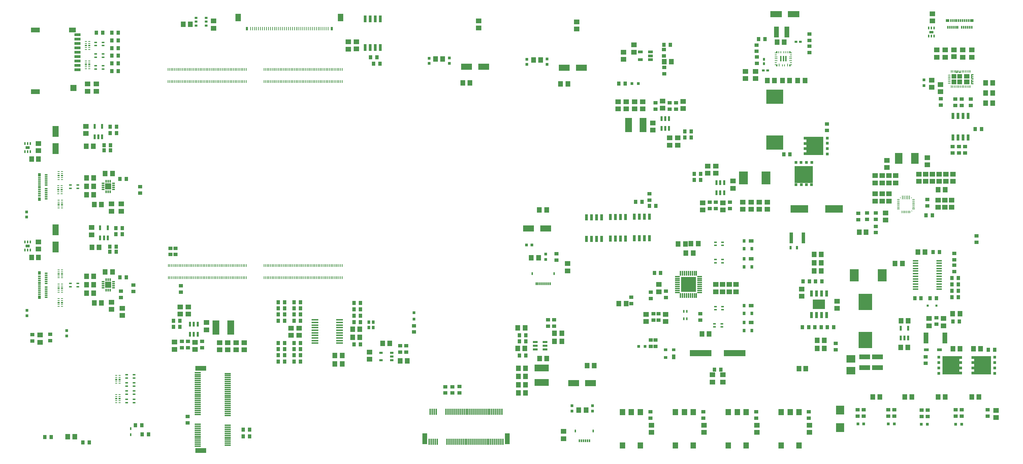
<source format=gtp>
G04*
G04 #@! TF.GenerationSoftware,Altium Limited,Altium Designer,25.1.2 (22)*
G04*
G04 Layer_Color=8421504*
%FSLAX43Y43*%
%MOMM*%
G71*
G04*
G04 #@! TF.SameCoordinates,40D48374-329B-4D39-B51B-D84B34E4F720*
G04*
G04*
G04 #@! TF.FilePolarity,Positive*
G04*
G01*
G75*
%ADD21R,0.375X0.225*%
%ADD22R,0.375X1.425*%
%ADD23R,0.250X0.675*%
%ADD24R,0.250X0.600*%
%ADD25R,0.400X0.575*%
%ADD26R,0.600X0.250*%
%ADD27R,0.725X0.250*%
%ADD28R,0.250X0.625*%
%ADD29R,0.350X0.575*%
%ADD30R,1.150X1.450*%
%ADD31R,0.750X0.400*%
%ADD32R,3.607X1.778*%
%ADD33R,0.900X1.000*%
%ADD34R,1.000X0.900*%
%ADD35R,1.250X0.600*%
%ADD36R,1.450X1.150*%
%ADD37R,0.550X0.200*%
%ADD38R,0.550X0.400*%
%ADD39R,2.200X1.200*%
%ADD40R,1.800X1.200*%
%ADD41R,1.500X1.600*%
%ADD42R,1.600X0.700*%
%ADD43R,0.800X0.750*%
%ADD44R,0.675X0.750*%
%ADD45R,4.560X4.295*%
%ADD46R,0.655X0.675*%
%ADD47R,3.000X1.600*%
%ADD48R,0.600X1.250*%
%ADD49R,2.210X3.251*%
%ADD50R,1.778X3.607*%
%ADD51R,1.250X0.650*%
%ADD52R,1.550X0.300*%
%ADD53R,2.750X1.200*%
%ADD54R,0.700X0.650*%
%ADD55R,0.750X0.850*%
%ADD56R,1.727X0.356*%
%ADD57R,0.953X0.559*%
%ADD58R,0.200X0.700*%
%ADD59R,0.300X0.800*%
%ADD60R,0.400X0.800*%
%ADD61R,0.750X0.800*%
%ADD62R,1.600X2.800*%
%ADD63R,0.300X0.700*%
%ADD64R,0.700X0.300*%
%ADD65R,1.500X1.500*%
%ADD66R,0.600X1.200*%
%ADD67R,0.320X0.660*%
%ADD68R,1.200X1.450*%
%ADD69R,0.700X0.298*%
%ADD70R,0.700X0.898*%
%ADD71R,3.850X3.850*%
%ADD72R,0.300X1.150*%
%ADD73R,1.150X0.300*%
%ADD74R,0.650X1.525*%
%ADD75R,3.100X2.400*%
%ADD76R,2.300X3.150*%
%ADD77R,0.610X0.490*%
%ADD78R,1.475X0.450*%
%ADD79R,2.720X1.260*%
%ADD80R,2.230X1.870*%
%ADD81R,1.400X1.600*%
%ADD82R,2.150X2.250*%
G04:AMPARAMS|DCode=83|XSize=0.2mm|YSize=0.95mm|CornerRadius=0.05mm|HoleSize=0mm|Usage=FLASHONLY|Rotation=0.000|XOffset=0mm|YOffset=0mm|HoleType=Round|Shape=RoundedRectangle|*
%AMROUNDEDRECTD83*
21,1,0.200,0.850,0,0,0.0*
21,1,0.100,0.950,0,0,0.0*
1,1,0.100,0.050,-0.425*
1,1,0.100,-0.050,-0.425*
1,1,0.100,-0.050,0.425*
1,1,0.100,0.050,0.425*
%
%ADD83ROUNDEDRECTD83*%
G04:AMPARAMS|DCode=84|XSize=0.2mm|YSize=1mm|CornerRadius=0.05mm|HoleSize=0mm|Usage=FLASHONLY|Rotation=0.000|XOffset=0mm|YOffset=0mm|HoleType=Round|Shape=RoundedRectangle|*
%AMROUNDEDRECTD84*
21,1,0.200,0.900,0,0,0.0*
21,1,0.100,1.000,0,0,0.0*
1,1,0.100,0.050,-0.450*
1,1,0.100,-0.050,-0.450*
1,1,0.100,-0.050,0.450*
1,1,0.100,0.050,0.450*
%
%ADD84ROUNDEDRECTD84*%
%ADD85C,0.175*%
G04:AMPARAMS|DCode=86|XSize=0.6mm|YSize=0.2mm|CornerRadius=0.05mm|HoleSize=0mm|Usage=FLASHONLY|Rotation=0.000|XOffset=0mm|YOffset=0mm|HoleType=Round|Shape=RoundedRectangle|*
%AMROUNDEDRECTD86*
21,1,0.600,0.100,0,0,0.0*
21,1,0.500,0.200,0,0,0.0*
1,1,0.100,0.250,-0.050*
1,1,0.100,-0.250,-0.050*
1,1,0.100,-0.250,0.050*
1,1,0.100,0.250,0.050*
%
%ADD86ROUNDEDRECTD86*%
G04:AMPARAMS|DCode=87|XSize=0.68mm|YSize=0.2mm|CornerRadius=0.05mm|HoleSize=0mm|Usage=FLASHONLY|Rotation=0.000|XOffset=0mm|YOffset=0mm|HoleType=Round|Shape=RoundedRectangle|*
%AMROUNDEDRECTD87*
21,1,0.680,0.100,0,0,0.0*
21,1,0.580,0.200,0,0,0.0*
1,1,0.100,0.290,-0.050*
1,1,0.100,-0.290,-0.050*
1,1,0.100,-0.290,0.050*
1,1,0.100,0.290,0.050*
%
%ADD87ROUNDEDRECTD87*%
G04:AMPARAMS|DCode=88|XSize=0.65mm|YSize=0.2mm|CornerRadius=0.05mm|HoleSize=0mm|Usage=FLASHONLY|Rotation=0.000|XOffset=0mm|YOffset=0mm|HoleType=Round|Shape=RoundedRectangle|*
%AMROUNDEDRECTD88*
21,1,0.650,0.100,0,0,0.0*
21,1,0.550,0.200,0,0,0.0*
1,1,0.100,0.275,-0.050*
1,1,0.100,-0.275,-0.050*
1,1,0.100,-0.275,0.050*
1,1,0.100,0.275,0.050*
%
%ADD88ROUNDEDRECTD88*%
G04:AMPARAMS|DCode=89|XSize=0.7mm|YSize=0.2mm|CornerRadius=0.05mm|HoleSize=0mm|Usage=FLASHONLY|Rotation=0.000|XOffset=0mm|YOffset=0mm|HoleType=Round|Shape=RoundedRectangle|*
%AMROUNDEDRECTD89*
21,1,0.700,0.100,0,0,0.0*
21,1,0.600,0.200,0,0,0.0*
1,1,0.100,0.300,-0.050*
1,1,0.100,-0.300,-0.050*
1,1,0.100,-0.300,0.050*
1,1,0.100,0.300,0.050*
%
%ADD89ROUNDEDRECTD89*%
G04:AMPARAMS|DCode=90|XSize=0.2mm|YSize=0.6mm|CornerRadius=0.05mm|HoleSize=0mm|Usage=FLASHONLY|Rotation=0.000|XOffset=0mm|YOffset=0mm|HoleType=Round|Shape=RoundedRectangle|*
%AMROUNDEDRECTD90*
21,1,0.200,0.500,0,0,0.0*
21,1,0.100,0.600,0,0,0.0*
1,1,0.100,0.050,-0.250*
1,1,0.100,-0.050,-0.250*
1,1,0.100,-0.050,0.250*
1,1,0.100,0.050,0.250*
%
%ADD90ROUNDEDRECTD90*%
%ADD91C,0.158*%
%ADD92C,0.192*%
%ADD93R,0.800X0.800*%
%ADD94R,0.900X1.200*%
%ADD95R,0.900X0.800*%
%ADD96R,0.250X0.900*%
%ADD97R,4.400X1.900*%
%ADD98R,0.540X0.940*%
%ADD99R,0.920X2.820*%
%ADD100R,0.400X0.750*%
%ADD101R,0.420X0.640*%
%ADD102R,0.300X1.550*%
%ADD103R,0.898X0.700*%
%ADD104R,0.298X0.700*%
%ADD105R,0.600X0.750*%
%ADD106R,0.750X0.600*%
%ADD107R,1.260X2.720*%
%ADD108R,0.750X0.675*%
%ADD109R,0.800X0.900*%
%ADD110R,2.800X1.600*%
%ADD111R,1.250X0.750*%
%ADD112R,1.200X2.700*%
%ADD113R,0.650X0.700*%
%ADD114R,0.650X1.750*%
%ADD115R,1.400X1.900*%
%ADD116R,0.550X0.900*%
%ADD117R,0.800X0.550*%
%ADD118R,3.500X4.100*%
%ADD119R,4.200X3.550*%
%ADD120R,1.915X2.790*%
%ADD121R,5.500X1.500*%
%ADD122R,0.675X0.655*%
%ADD123R,4.295X4.560*%
%ADD124R,1.200X0.900*%
%ADD125R,1.200X2.750*%
%ADD126R,1.450X1.200*%
%ADD127R,0.800X0.800*%
G36*
X230730Y107000D02*
X229718D01*
Y107632D01*
X230730D01*
Y107000D01*
D02*
G37*
G36*
X237257Y97717D02*
X237283Y97711D01*
Y97387D01*
X237453D01*
X237471Y97394D01*
X237485Y97408D01*
X237492Y97426D01*
X237493Y97436D01*
X237493Y97661D01*
Y97671D01*
X237501Y97689D01*
X237515Y97703D01*
X237533Y97711D01*
X237543D01*
X237643Y97711D01*
X237653D01*
X237671Y97703D01*
X237669Y97695D01*
Y97136D01*
X237643Y97111D01*
X237143Y97111D01*
X237133Y97111D01*
X237083Y97136D01*
Y97671D01*
Y97690D01*
X237113Y97720D01*
X237133Y97721D01*
X237257Y97717D01*
D02*
G37*
G36*
X236458Y97711D02*
X236483Y97687D01*
X236467Y97441D01*
X236468Y97431D01*
X236479Y97404D01*
X236507Y97392D01*
X236517Y97391D01*
X236617D01*
X236627Y97392D01*
X236645Y97400D01*
X236659Y97413D01*
X236671Y97443D01*
X236683Y97687D01*
X236708Y97712D01*
X236858D01*
X236882Y97662D01*
Y97138D01*
X236855Y97110D01*
X236313Y97114D01*
X236289Y97124D01*
X236275Y97138D01*
X236267Y97156D01*
X236267Y97166D01*
X236267Y97666D01*
Y97676D01*
X236275Y97695D01*
X236289Y97709D01*
X236307Y97716D01*
X236317D01*
X236417Y97716D01*
X236447Y97716D01*
X236458Y97711D01*
D02*
G37*
G36*
X240233Y96765D02*
X240743D01*
X240761Y96757D01*
X240775Y96743D01*
X240783Y96725D01*
Y96715D01*
X240783Y96562D01*
X240783Y96552D01*
X240775Y96533D01*
X240761Y96519D01*
X240743Y96512D01*
X240733Y96512D01*
X240508Y96512D01*
X240498Y96511D01*
X240480Y96503D01*
X240466Y96489D01*
X240459Y96471D01*
X240458Y96462D01*
Y96312D01*
X240459Y96302D01*
X240466Y96284D01*
X240480Y96270D01*
X240498Y96263D01*
X240508Y96262D01*
X240733Y96262D01*
X240743D01*
X240761Y96254D01*
X240775Y96240D01*
X240783Y96222D01*
Y96212D01*
X240783Y96112D01*
X240783Y96102D01*
X240775Y96083D01*
X240761Y96069D01*
X240743Y96062D01*
X240733Y96062D01*
X240508Y96062D01*
X240498Y96061D01*
X240480Y96053D01*
X240466Y96039D01*
X240459Y96021D01*
X240458Y96012D01*
Y95862D01*
X240459Y95852D01*
X240466Y95834D01*
X240480Y95820D01*
X240498Y95813D01*
X240508Y95812D01*
X240733Y95812D01*
X240743D01*
X240761Y95804D01*
X240775Y95790D01*
X240783Y95772D01*
Y95762D01*
X240783Y95662D01*
X240783Y95652D01*
X240775Y95633D01*
X240761Y95619D01*
X240743Y95612D01*
X240733Y95612D01*
X240483Y95612D01*
X240233D01*
X240223Y95612D01*
X240205Y95619D01*
X240191Y95633D01*
X240183Y95652D01*
X240183Y95662D01*
Y96715D01*
X240183Y96725D01*
X240191Y96743D01*
X240205Y96757D01*
X240223Y96765D01*
X240233Y96765D01*
D02*
G37*
G36*
X239796Y96779D02*
X239810Y96765D01*
X239818Y96747D01*
Y96737D01*
Y95657D01*
X239810Y95638D01*
X239796Y95624D01*
X239778Y95617D01*
X238508D01*
X238490Y95624D01*
X238476Y95638D01*
X238468Y95657D01*
Y96747D01*
X238476Y96765D01*
X238490Y96779D01*
X238508Y96787D01*
X239778D01*
X239796Y96779D01*
D02*
G37*
G36*
X237896D02*
X237910Y96765D01*
X237918Y96747D01*
Y95657D01*
X237910Y95638D01*
X237896Y95624D01*
X237878Y95617D01*
X236758D01*
X236740Y95624D01*
X236726Y95638D01*
X236718Y95657D01*
Y96747D01*
X236726Y96765D01*
X236740Y96779D01*
X236758Y96787D01*
X237878D01*
X237896Y96779D01*
D02*
G37*
G36*
X236496D02*
X236510Y96765D01*
X236518Y96747D01*
Y96737D01*
Y95657D01*
X236510Y95638D01*
X236496Y95624D01*
X236478Y95617D01*
X235358D01*
X235340Y95624D01*
X235326Y95638D01*
X235318Y95657D01*
Y96747D01*
X235326Y96765D01*
X235340Y96779D01*
X235358Y96787D01*
X236478D01*
X236496Y96779D01*
D02*
G37*
G36*
X240761Y95404D02*
X240775Y95390D01*
X240783Y95372D01*
X240783Y95362D01*
X240783Y95262D01*
X240783Y95252D01*
X240775Y95233D01*
X240761Y95219D01*
X240743Y95212D01*
X240733Y95212D01*
X240508Y95212D01*
X240498Y95211D01*
X240480Y95203D01*
X240466Y95189D01*
X240459Y95171D01*
X240458Y95162D01*
Y95012D01*
X240459Y95002D01*
X240466Y94984D01*
X240480Y94970D01*
X240498Y94963D01*
X240508Y94962D01*
X240733D01*
X240743Y94962D01*
X240761Y94954D01*
X240775Y94940D01*
X240783Y94922D01*
X240783Y94912D01*
X240783Y94812D01*
X240783Y94802D01*
X240775Y94783D01*
X240761Y94769D01*
X240743Y94762D01*
X240733Y94762D01*
X240508D01*
X240498Y94761D01*
X240480Y94753D01*
X240466Y94739D01*
X240459Y94721D01*
X240458Y94712D01*
Y94562D01*
X240459Y94552D01*
X240466Y94534D01*
X240480Y94520D01*
X240498Y94513D01*
X240508Y94512D01*
X240733Y94512D01*
X240743Y94512D01*
X240761Y94504D01*
X240775Y94490D01*
X240783Y94472D01*
X240783Y94462D01*
X240783Y94309D01*
Y94299D01*
X240775Y94280D01*
X240761Y94266D01*
X240743Y94259D01*
X240233D01*
X240223Y94259D01*
X240202Y94267D01*
X240183Y94287D01*
Y94299D01*
X240183Y94299D01*
X240183Y94309D01*
Y94312D01*
Y95362D01*
X240183Y95372D01*
X240191Y95390D01*
X240205Y95404D01*
X240223Y95412D01*
X240233Y95412D01*
X240483Y95412D01*
X240733D01*
X240743Y95412D01*
X240761Y95404D01*
D02*
G37*
G36*
X239796Y95399D02*
X239810Y95385D01*
X239818Y95367D01*
Y94277D01*
X239810Y94258D01*
X239796Y94244D01*
X239778Y94237D01*
X238508D01*
X238490Y94244D01*
X238476Y94258D01*
X238468Y94277D01*
Y95367D01*
X238476Y95385D01*
X238490Y95399D01*
X238508Y95407D01*
X239778D01*
X239796Y95399D01*
D02*
G37*
G36*
X237896D02*
X237910Y95385D01*
X237918Y95367D01*
Y94277D01*
X237910Y94258D01*
X237896Y94244D01*
X237878Y94237D01*
X236758D01*
X236740Y94244D01*
X236726Y94258D01*
X236718Y94277D01*
Y95367D01*
X236726Y95385D01*
X236740Y95399D01*
X236758Y95407D01*
X237878D01*
X237896Y95399D01*
D02*
G37*
G36*
X236496D02*
X236510Y95385D01*
X236518Y95367D01*
Y94277D01*
X236510Y94258D01*
X236496Y94244D01*
X236478Y94237D01*
X235358D01*
X235340Y94244D01*
X235326Y94258D01*
X235318Y94277D01*
Y94287D01*
Y95367D01*
X235326Y95385D01*
X235340Y95399D01*
X235358Y95407D01*
X236478D01*
X236496Y95399D01*
D02*
G37*
G36*
X3552Y77995D02*
X2540D01*
Y78627D01*
X3552D01*
Y77995D01*
D02*
G37*
G36*
X3554Y53278D02*
X2542D01*
Y53910D01*
X3554D01*
Y53278D01*
D02*
G37*
D21*
X191007Y99129D02*
D03*
X195031D02*
D03*
X191007Y102105D02*
D03*
X195031D02*
D03*
D22*
X193019Y100617D02*
D03*
X192394D02*
D03*
X193644D02*
D03*
D23*
X194069Y99004D02*
D03*
X191969D02*
D03*
D24*
X193269Y98967D02*
D03*
X192769D02*
D03*
D25*
X191394Y98955D02*
D03*
X194644D02*
D03*
D26*
X191119Y99617D02*
D03*
Y101617D02*
D03*
X194919Y99617D02*
D03*
Y101617D02*
D03*
D27*
X191181Y100117D02*
D03*
Y100617D02*
D03*
X194856D02*
D03*
Y101117D02*
D03*
X191181D02*
D03*
X194856Y100117D02*
D03*
D28*
X194144Y102254D02*
D03*
X192394D02*
D03*
X191894D02*
D03*
X193644D02*
D03*
X193144D02*
D03*
D29*
X191369Y102279D02*
D03*
X194669D02*
D03*
D30*
X191429Y104775D02*
D03*
X193229D02*
D03*
X126426Y16642D02*
D03*
X128226D02*
D03*
X126426Y18708D02*
D03*
X128226D02*
D03*
X126426Y20774D02*
D03*
X128226D02*
D03*
X126426Y22840D02*
D03*
X128226D02*
D03*
X126285Y32974D02*
D03*
X128085D02*
D03*
X131746Y25329D02*
D03*
X133546D02*
D03*
X137307Y29644D02*
D03*
X135507D02*
D03*
Y31676D02*
D03*
X137307D02*
D03*
X128060Y27818D02*
D03*
X126260D02*
D03*
X164854Y99868D02*
D03*
X163054D02*
D03*
X190779Y95156D02*
D03*
X188979D02*
D03*
X194589D02*
D03*
X192789D02*
D03*
X13095Y5690D02*
D03*
X14895D02*
D03*
X84723Y30613D02*
D03*
X86523D02*
D03*
X84723Y32671D02*
D03*
X86523D02*
D03*
X82104Y23984D02*
D03*
X80304D02*
D03*
X82104Y26067D02*
D03*
X80304D02*
D03*
X92293Y29115D02*
D03*
X94093D02*
D03*
X96661Y24670D02*
D03*
X98461D02*
D03*
X222586Y34820D02*
D03*
X224386D02*
D03*
X224280Y28097D02*
D03*
X222480D02*
D03*
X17852Y41719D02*
D03*
X19652D02*
D03*
Y43853D02*
D03*
X17852D02*
D03*
Y45986D02*
D03*
X19652D02*
D03*
X19215Y53209D02*
D03*
X21015D02*
D03*
X19780Y63980D02*
D03*
X21580D02*
D03*
X19783Y39264D02*
D03*
X21583D02*
D03*
X22551Y47053D02*
D03*
X24351D02*
D03*
X17850Y66436D02*
D03*
X19650D02*
D03*
Y68569D02*
D03*
X17850D02*
D03*
Y70703D02*
D03*
X19650D02*
D03*
X19593Y78660D02*
D03*
X17793D02*
D03*
X22549Y71770D02*
D03*
X24349D02*
D03*
X203299Y29888D02*
D03*
X201499D02*
D03*
X202562Y47338D02*
D03*
X200762D02*
D03*
X237385Y36543D02*
D03*
X235585D02*
D03*
X215443Y15613D02*
D03*
X217243D02*
D03*
X225320D02*
D03*
X223520D02*
D03*
X233728D02*
D03*
X231928D02*
D03*
X240386D02*
D03*
X242186D02*
D03*
X200762Y49370D02*
D03*
X202562D02*
D03*
Y51427D02*
D03*
X200762D02*
D03*
X168518Y51765D02*
D03*
X170318D02*
D03*
X141594Y12319D02*
D03*
X143394D02*
D03*
X245615Y94558D02*
D03*
Y92018D02*
D03*
Y89478D02*
D03*
X174331Y31471D02*
D03*
X138822Y94310D02*
D03*
X169792Y54157D02*
D03*
X168388Y54127D02*
D03*
X226848Y52062D02*
D03*
X221107Y49217D02*
D03*
X235611Y27780D02*
D03*
X151684Y39115D02*
D03*
X131688Y62662D02*
D03*
X143677Y23520D02*
D03*
X42153Y109296D02*
D03*
X114260Y94564D02*
D03*
X43953Y109296D02*
D03*
X132015Y100355D02*
D03*
X130215D02*
D03*
X133488Y62662D02*
D03*
X131456Y50622D02*
D03*
X129656D02*
D03*
X145477Y23520D02*
D03*
X243815Y89478D02*
D03*
Y92018D02*
D03*
Y94558D02*
D03*
X233702Y67734D02*
D03*
X231902D02*
D03*
X228648Y52062D02*
D03*
X222907Y49217D02*
D03*
X240767Y27780D02*
D03*
X242567D02*
D03*
X237411D02*
D03*
X196624Y95156D02*
D03*
X198424D02*
D03*
X201473Y27856D02*
D03*
X203273D02*
D03*
X171592Y54157D02*
D03*
X166588Y54127D02*
D03*
X172531Y31471D02*
D03*
X153484Y39115D02*
D03*
X137022Y94310D02*
D03*
X112460Y94564D02*
D03*
X105577Y100609D02*
D03*
X107377D02*
D03*
D31*
X20156Y104746D02*
D03*
Y103946D02*
D03*
X22006D02*
D03*
Y104746D02*
D03*
Y98853D02*
D03*
Y98053D02*
D03*
X20156D02*
D03*
Y98853D02*
D03*
Y101800D02*
D03*
Y101000D02*
D03*
X22006D02*
D03*
Y101800D02*
D03*
X13807Y44164D02*
D03*
Y43364D02*
D03*
X15657D02*
D03*
Y44164D02*
D03*
X15655Y68881D02*
D03*
Y68081D02*
D03*
X13805D02*
D03*
Y68881D02*
D03*
X29805Y14230D02*
D03*
Y15030D02*
D03*
X29801Y17164D02*
D03*
Y16364D02*
D03*
Y21228D02*
D03*
Y20428D02*
D03*
Y18396D02*
D03*
Y19196D02*
D03*
X27951Y16364D02*
D03*
Y17164D02*
D03*
Y19196D02*
D03*
Y18396D02*
D03*
Y20428D02*
D03*
Y21228D02*
D03*
X27955Y14230D02*
D03*
Y15030D02*
D03*
X177574Y34042D02*
D03*
Y33242D02*
D03*
X175724D02*
D03*
Y34042D02*
D03*
X175903Y38372D02*
D03*
Y37572D02*
D03*
X177753D02*
D03*
Y38372D02*
D03*
Y54540D02*
D03*
Y53740D02*
D03*
X175903D02*
D03*
Y54540D02*
D03*
X175902Y50171D02*
D03*
Y49371D02*
D03*
X177752D02*
D03*
Y50171D02*
D03*
D32*
X132290Y19262D02*
D03*
Y22912D02*
D03*
D33*
X128264Y29622D02*
D03*
X126664D02*
D03*
X128264Y31171D02*
D03*
X126664D02*
D03*
X128264Y26040D02*
D03*
X126664D02*
D03*
X20306Y107191D02*
D03*
X21906D02*
D03*
X24192D02*
D03*
X25792D02*
D03*
X24192Y105256D02*
D03*
X25792D02*
D03*
X24192Y103320D02*
D03*
X25792D02*
D03*
X24192Y101385D02*
D03*
X25792D02*
D03*
X24192Y99449D02*
D03*
X25792D02*
D03*
X24192Y97514D02*
D03*
X25792D02*
D03*
X153264Y94386D02*
D03*
X151664D02*
D03*
X188354Y105588D02*
D03*
X186754D02*
D03*
X172221Y70200D02*
D03*
X170621D02*
D03*
X172221Y71724D02*
D03*
X170621D02*
D03*
X57264Y7468D02*
D03*
X58864D02*
D03*
X57264Y5715D02*
D03*
X58864D02*
D03*
X7353Y5613D02*
D03*
X8953D02*
D03*
X16929Y4216D02*
D03*
X18529D02*
D03*
X67627Y39451D02*
D03*
X66027D02*
D03*
X70041D02*
D03*
X71641D02*
D03*
X86728Y34474D02*
D03*
X85128D02*
D03*
X86728Y28861D02*
D03*
X85128D02*
D03*
X67627Y29191D02*
D03*
X66027D02*
D03*
X67627Y27641D02*
D03*
X66027D02*
D03*
X71641Y29216D02*
D03*
X70041D02*
D03*
X71641Y27667D02*
D03*
X70041D02*
D03*
X66027Y34804D02*
D03*
X67627D02*
D03*
X66027Y36354D02*
D03*
X67627D02*
D03*
X66027Y37903D02*
D03*
X67627D02*
D03*
X85128Y39249D02*
D03*
X86728D02*
D03*
X71641Y37903D02*
D03*
X70041D02*
D03*
X71641Y36354D02*
D03*
X70041D02*
D03*
X71641Y34804D02*
D03*
X70041D02*
D03*
X67640Y26117D02*
D03*
X66040D02*
D03*
X67627Y24568D02*
D03*
X66027D02*
D03*
X70053Y26117D02*
D03*
X71653D02*
D03*
X70053Y24568D02*
D03*
X71653D02*
D03*
X86728Y37624D02*
D03*
X85128D02*
D03*
X86728Y36023D02*
D03*
X85128D02*
D03*
X193091Y76581D02*
D03*
X194691D02*
D03*
X41288Y33223D02*
D03*
X39688D02*
D03*
X41288Y34747D02*
D03*
X39688D02*
D03*
X23735Y52180D02*
D03*
X25335D02*
D03*
X23705Y53434D02*
D03*
X25305D02*
D03*
X26860Y56515D02*
D03*
X25260D02*
D03*
X26860Y58090D02*
D03*
X25260D02*
D03*
X26251Y45669D02*
D03*
X27851D02*
D03*
X23913Y77631D02*
D03*
X22313D02*
D03*
X23883Y78885D02*
D03*
X22283D02*
D03*
X25438Y83541D02*
D03*
X23838D02*
D03*
X25438Y81966D02*
D03*
X23838D02*
D03*
X26249Y70386D02*
D03*
X27849D02*
D03*
X160584Y46825D02*
D03*
X162184D02*
D03*
X200913Y33190D02*
D03*
X202513D02*
D03*
X197789D02*
D03*
X199389D02*
D03*
X204062D02*
D03*
X205662D02*
D03*
X231494Y40480D02*
D03*
X229894D02*
D03*
X227633D02*
D03*
X226033D02*
D03*
X230631Y52062D02*
D03*
X232231D02*
D03*
X228853Y61257D02*
D03*
X230453D02*
D03*
X235609Y34612D02*
D03*
X237209D02*
D03*
X235381Y40683D02*
D03*
X236981D02*
D03*
X235381Y42334D02*
D03*
X236981D02*
D03*
X169869Y82372D02*
D03*
X168269D02*
D03*
X169869Y80848D02*
D03*
X168269D02*
D03*
X202691Y44721D02*
D03*
X33419Y6240D02*
D03*
X30188Y8548D02*
D03*
X242797Y82974D02*
D03*
X155865Y64667D02*
D03*
X236981Y45534D02*
D03*
Y43934D02*
D03*
X197941Y44696D02*
D03*
X164569Y104101D02*
D03*
X90030Y99390D02*
D03*
X89243Y100965D02*
D03*
X91630Y99390D02*
D03*
X90843Y100965D02*
D03*
X31788Y8548D02*
D03*
X31819Y6240D02*
D03*
X162969Y104101D02*
D03*
X241197Y82974D02*
D03*
X235381Y43934D02*
D03*
Y45534D02*
D03*
X244499Y27526D02*
D03*
X246099D02*
D03*
X201091Y44721D02*
D03*
X199541Y44696D02*
D03*
X159332Y63626D02*
D03*
X160932D02*
D03*
X157465Y64667D02*
D03*
X177279Y22530D02*
D03*
X175679D02*
D03*
D34*
X133854Y33444D02*
D03*
Y35044D02*
D03*
X135378Y33444D02*
D03*
Y35044D02*
D03*
X163088Y96834D02*
D03*
Y98434D02*
D03*
X176044Y64610D02*
D03*
Y63010D02*
D03*
X179625Y64610D02*
D03*
Y63010D02*
D03*
X174495D02*
D03*
Y64610D02*
D03*
X8738Y31382D02*
D03*
Y29782D02*
D03*
X4242Y29731D02*
D03*
Y31331D02*
D03*
X96672Y26943D02*
D03*
Y28543D02*
D03*
X98222Y28530D02*
D03*
Y26930D02*
D03*
X203987Y84188D02*
D03*
Y82588D02*
D03*
X228764Y25684D02*
D03*
Y24084D02*
D03*
X43358Y29589D02*
D03*
Y27989D02*
D03*
X41808Y29589D02*
D03*
Y27989D02*
D03*
X46939Y29589D02*
D03*
Y27989D02*
D03*
X100203Y31953D02*
D03*
Y33553D02*
D03*
X29667Y43751D02*
D03*
Y42151D02*
D03*
X26543Y40653D02*
D03*
Y42253D02*
D03*
X31344Y68491D02*
D03*
Y66891D02*
D03*
X163517Y40640D02*
D03*
Y42240D02*
D03*
X159682Y40386D02*
D03*
Y41986D02*
D03*
X216242Y56926D02*
D03*
Y58526D02*
D03*
X236000Y48747D02*
D03*
Y47147D02*
D03*
Y51744D02*
D03*
Y50144D02*
D03*
X216242Y60254D02*
D03*
Y61854D02*
D03*
X231482Y35514D02*
D03*
Y33914D02*
D03*
X159614Y10300D02*
D03*
Y11900D02*
D03*
X219391Y12400D02*
D03*
Y10800D02*
D03*
X213194Y12400D02*
D03*
Y10800D02*
D03*
X227722Y12349D02*
D03*
Y10749D02*
D03*
X220941Y12400D02*
D03*
Y10800D02*
D03*
X229272Y12349D02*
D03*
Y10749D02*
D03*
X236333Y12400D02*
D03*
Y10800D02*
D03*
X237857Y12400D02*
D03*
Y10800D02*
D03*
X244334Y12451D02*
D03*
Y10851D02*
D03*
X164447Y87961D02*
D03*
Y89561D02*
D03*
X165996D02*
D03*
Y87961D02*
D03*
X160865D02*
D03*
Y89561D02*
D03*
X161619Y36587D02*
D03*
Y34987D02*
D03*
X186148Y10300D02*
D03*
Y11900D02*
D03*
X172881Y10300D02*
D03*
Y11900D02*
D03*
X199415Y10300D02*
D03*
Y11900D02*
D03*
X135966Y50025D02*
D03*
X232603Y90546D02*
D03*
X236260Y90520D02*
D03*
X41580Y43599D02*
D03*
X199607Y102154D02*
D03*
X186323Y99436D02*
D03*
X238695Y76954D02*
D03*
X237125Y76955D02*
D03*
X235552D02*
D03*
X199607Y106853D02*
D03*
X160909Y28334D02*
D03*
X172161Y34963D02*
D03*
X206209Y29113D02*
D03*
X135966Y51625D02*
D03*
X41580Y41999D02*
D03*
X111557Y18250D02*
D03*
X108001Y18224D02*
D03*
X109779D02*
D03*
X43282Y10706D02*
D03*
X186309Y104076D02*
D03*
X40183Y51422D02*
D03*
Y53022D02*
D03*
X38929Y51422D02*
D03*
Y53022D02*
D03*
X111557Y16650D02*
D03*
X109779Y16624D02*
D03*
X108001D02*
D03*
X43282Y9106D02*
D03*
X162986Y101297D02*
D03*
Y102897D02*
D03*
X232603Y88946D02*
D03*
X235552Y78555D02*
D03*
X237125D02*
D03*
X238695Y78554D02*
D03*
X236260Y88920D02*
D03*
X240098D02*
D03*
Y90520D02*
D03*
X237862Y88920D02*
D03*
Y90520D02*
D03*
X229170Y63645D02*
D03*
Y65245D02*
D03*
X211873Y60215D02*
D03*
Y61815D02*
D03*
X214083Y61854D02*
D03*
Y60254D02*
D03*
X241565Y56139D02*
D03*
Y54539D02*
D03*
X211695Y10800D02*
D03*
Y12400D02*
D03*
X199607Y103754D02*
D03*
Y105253D02*
D03*
X186309Y102476D02*
D03*
X186323Y101036D02*
D03*
X206209Y27513D02*
D03*
X160365Y36587D02*
D03*
Y34987D02*
D03*
X159383Y65112D02*
D03*
Y66712D02*
D03*
X159655Y29962D02*
D03*
Y28362D02*
D03*
X160909Y29934D02*
D03*
X154813Y39129D02*
D03*
Y40729D02*
D03*
X172161Y36563D02*
D03*
D35*
X133134Y28504D02*
D03*
Y29454D02*
D03*
X130634D02*
D03*
Y28504D02*
D03*
Y27554D02*
D03*
X133134D02*
D03*
D36*
X233666Y102822D02*
D03*
Y101022D02*
D03*
X20344Y92462D02*
D03*
Y94262D02*
D03*
X18109D02*
D03*
Y92462D02*
D03*
X180337Y69891D02*
D03*
Y68091D02*
D03*
X177847Y62605D02*
D03*
Y64405D02*
D03*
X182826Y62772D02*
D03*
Y64572D02*
D03*
X184892D02*
D03*
Y62772D02*
D03*
X186958D02*
D03*
Y64572D02*
D03*
X189023D02*
D03*
Y62772D02*
D03*
X173989Y71852D02*
D03*
Y73652D02*
D03*
X176021D02*
D03*
Y71852D02*
D03*
X172691Y64430D02*
D03*
Y62630D02*
D03*
X6147Y29402D02*
D03*
Y31202D02*
D03*
X69291Y32910D02*
D03*
Y31110D02*
D03*
X71323Y32910D02*
D03*
Y31110D02*
D03*
X88976Y25090D02*
D03*
Y26890D02*
D03*
X166501Y80719D02*
D03*
Y78919D02*
D03*
X164469D02*
D03*
Y80719D02*
D03*
X157665Y87999D02*
D03*
Y89799D02*
D03*
X155599D02*
D03*
Y87999D02*
D03*
X153533D02*
D03*
Y89799D02*
D03*
X151467D02*
D03*
Y87999D02*
D03*
X41427Y38289D02*
D03*
Y36489D02*
D03*
X43459Y38289D02*
D03*
Y36489D02*
D03*
X51308Y27486D02*
D03*
Y29286D02*
D03*
X53382Y27486D02*
D03*
Y29286D02*
D03*
X55457Y27486D02*
D03*
Y29286D02*
D03*
X57531Y27486D02*
D03*
Y29286D02*
D03*
X231532Y101022D02*
D03*
Y102822D02*
D03*
X232504Y94116D02*
D03*
Y92316D02*
D03*
X216104Y64874D02*
D03*
Y66674D02*
D03*
X217813Y64874D02*
D03*
Y66674D02*
D03*
X230342Y95269D02*
D03*
Y93469D02*
D03*
X216104Y69446D02*
D03*
Y71246D02*
D03*
X217813Y69446D02*
D03*
Y71246D02*
D03*
X219522Y69446D02*
D03*
Y71246D02*
D03*
X228771Y71652D02*
D03*
Y69852D02*
D03*
X230480Y71652D02*
D03*
Y69852D02*
D03*
X232189Y71652D02*
D03*
Y69852D02*
D03*
X233898Y71652D02*
D03*
Y69852D02*
D03*
X235607Y71652D02*
D03*
Y69852D02*
D03*
X233590Y65120D02*
D03*
Y63320D02*
D03*
X235299Y65120D02*
D03*
Y63320D02*
D03*
X40005Y29410D02*
D03*
Y27610D02*
D03*
X48006Y34337D02*
D03*
Y32537D02*
D03*
X45161Y29384D02*
D03*
Y27584D02*
D03*
X5766Y52796D02*
D03*
Y54596D02*
D03*
X19152Y58202D02*
D03*
Y56402D02*
D03*
X24162Y37619D02*
D03*
Y39419D02*
D03*
X24160Y62335D02*
D03*
Y64135D02*
D03*
X26566Y62323D02*
D03*
Y64123D02*
D03*
X26822Y37908D02*
D03*
Y36108D02*
D03*
X5763Y77512D02*
D03*
Y79312D02*
D03*
X17729Y83653D02*
D03*
Y81853D02*
D03*
X161739Y43889D02*
D03*
Y42089D02*
D03*
X197625Y40951D02*
D03*
Y42751D02*
D03*
X206488Y39703D02*
D03*
Y37903D02*
D03*
X229602Y35334D02*
D03*
Y33534D02*
D03*
X218680Y60077D02*
D03*
Y61877D02*
D03*
X233285Y33534D02*
D03*
Y35334D02*
D03*
X246442Y12275D02*
D03*
Y10475D02*
D03*
X167799Y89941D02*
D03*
Y88141D02*
D03*
X160154Y82680D02*
D03*
Y84480D02*
D03*
X162643Y88166D02*
D03*
Y89966D02*
D03*
X181141Y43904D02*
D03*
Y42104D02*
D03*
X179432D02*
D03*
Y43904D02*
D03*
X177723D02*
D03*
Y42104D02*
D03*
X176014D02*
D03*
Y43904D02*
D03*
X186334Y8545D02*
D03*
Y6745D02*
D03*
X173076D02*
D03*
Y8545D02*
D03*
X199593D02*
D03*
Y6745D02*
D03*
X227062Y69852D02*
D03*
X159817Y8545D02*
D03*
X240372Y102822D02*
D03*
X238060D02*
D03*
X230491Y111915D02*
D03*
X183478Y97428D02*
D03*
X227062Y71652D02*
D03*
X221231Y71246D02*
D03*
X175209Y19401D02*
D03*
X141021Y109866D02*
D03*
X177816Y19401D02*
D03*
X163398Y34609D02*
D03*
X158521D02*
D03*
X231881Y63320D02*
D03*
X219522Y66674D02*
D03*
X152826Y102246D02*
D03*
X155454Y104098D02*
D03*
X138735Y49135D02*
D03*
X137770Y5171D02*
D03*
X159817Y6745D02*
D03*
X116459Y110120D02*
D03*
X85725Y104888D02*
D03*
X83693Y104851D02*
D03*
X49772Y110096D02*
D03*
X141021Y108066D02*
D03*
X155454Y102298D02*
D03*
X49772Y108296D02*
D03*
X85725Y103088D02*
D03*
X83693Y103051D02*
D03*
X152826Y100446D02*
D03*
X230491Y110115D02*
D03*
X238060Y101022D02*
D03*
X240372D02*
D03*
X219522Y64874D02*
D03*
X221231Y69446D02*
D03*
X219061Y73285D02*
D03*
Y75085D02*
D03*
X229170Y75797D02*
D03*
Y73997D02*
D03*
X231881Y65120D02*
D03*
X186018Y97428D02*
D03*
Y95628D02*
D03*
X183478D02*
D03*
X158521Y36409D02*
D03*
X163398D02*
D03*
X177816Y21201D02*
D03*
X175209D02*
D03*
X138735Y47335D02*
D03*
X137770Y6971D02*
D03*
X116459Y108320D02*
D03*
D37*
X18534Y100088D02*
D03*
Y99588D02*
D03*
Y98588D02*
D03*
Y98088D02*
D03*
X17684D02*
D03*
Y98588D02*
D03*
Y99588D02*
D03*
Y100088D02*
D03*
X18534Y104932D02*
D03*
Y104432D02*
D03*
Y103432D02*
D03*
Y102932D02*
D03*
X17684D02*
D03*
Y103432D02*
D03*
Y104432D02*
D03*
Y104932D02*
D03*
X10824Y72300D02*
D03*
Y71800D02*
D03*
Y70800D02*
D03*
Y70300D02*
D03*
X11674D02*
D03*
Y70800D02*
D03*
Y71800D02*
D03*
Y72300D02*
D03*
X11676Y47584D02*
D03*
Y47084D02*
D03*
Y46084D02*
D03*
Y45584D02*
D03*
X10826D02*
D03*
Y46084D02*
D03*
Y47084D02*
D03*
Y47584D02*
D03*
X10824Y65112D02*
D03*
Y64612D02*
D03*
Y63612D02*
D03*
Y63112D02*
D03*
X11674D02*
D03*
Y63612D02*
D03*
Y64612D02*
D03*
Y65112D02*
D03*
X10776Y68729D02*
D03*
Y68229D02*
D03*
Y67229D02*
D03*
Y66729D02*
D03*
X11626D02*
D03*
Y67229D02*
D03*
Y68229D02*
D03*
Y68729D02*
D03*
X10826Y40395D02*
D03*
Y39895D02*
D03*
Y38895D02*
D03*
Y38395D02*
D03*
X11676D02*
D03*
Y38895D02*
D03*
Y39895D02*
D03*
Y40395D02*
D03*
X11652Y41989D02*
D03*
Y42489D02*
D03*
Y43489D02*
D03*
Y43989D02*
D03*
X10802D02*
D03*
Y43489D02*
D03*
Y42489D02*
D03*
Y41989D02*
D03*
X26205Y21091D02*
D03*
Y20591D02*
D03*
Y19591D02*
D03*
Y19091D02*
D03*
X25355D02*
D03*
Y19591D02*
D03*
Y20591D02*
D03*
Y21091D02*
D03*
X26206Y16240D02*
D03*
Y15740D02*
D03*
Y14740D02*
D03*
Y14240D02*
D03*
X25356D02*
D03*
Y14740D02*
D03*
Y15740D02*
D03*
Y16240D02*
D03*
D38*
X18534Y99088D02*
D03*
X17684D02*
D03*
X18534Y103932D02*
D03*
X17684D02*
D03*
X10824Y71300D02*
D03*
X11674D02*
D03*
X11676Y46584D02*
D03*
X10826D02*
D03*
X10824Y64112D02*
D03*
X11674D02*
D03*
X10776Y67729D02*
D03*
X11626D02*
D03*
X10826Y39395D02*
D03*
X11676D02*
D03*
X11652Y42989D02*
D03*
X10802D02*
D03*
X26205Y20091D02*
D03*
X25355D02*
D03*
X26206Y15240D02*
D03*
X25356D02*
D03*
D39*
X4997Y107880D02*
D03*
Y92380D02*
D03*
D40*
X14297Y107880D02*
D03*
D41*
X14547Y93280D02*
D03*
D42*
X15597Y106680D02*
D03*
Y105580D02*
D03*
Y104480D02*
D03*
Y103380D02*
D03*
Y102280D02*
D03*
Y101180D02*
D03*
Y100080D02*
D03*
Y98980D02*
D03*
Y97880D02*
D03*
D43*
X154966Y94386D02*
D03*
X156566D02*
D03*
X156676Y28341D02*
D03*
X158276D02*
D03*
D44*
X200147Y74580D02*
D03*
X198817D02*
D03*
X197487D02*
D03*
X196157D02*
D03*
D45*
X198152Y71503D02*
D03*
D46*
X200104Y69028D02*
D03*
X198799D02*
D03*
X197505D02*
D03*
X196200D02*
D03*
D47*
X191196Y111862D02*
D03*
X195596D02*
D03*
D48*
X177162Y69479D02*
D03*
X176212D02*
D03*
Y66979D02*
D03*
X177162D02*
D03*
X178112D02*
D03*
Y69479D02*
D03*
X44831Y33925D02*
D03*
X43881D02*
D03*
Y31425D02*
D03*
X44831D02*
D03*
X45781D02*
D03*
Y33925D02*
D03*
X162379Y83092D02*
D03*
X163329D02*
D03*
X164279D02*
D03*
Y85592D02*
D03*
X163329D02*
D03*
X162379D02*
D03*
D49*
X182940Y70706D02*
D03*
X188630D02*
D03*
D50*
X154087Y83935D02*
D03*
X157737D02*
D03*
X50423Y33082D02*
D03*
X54073D02*
D03*
D51*
X157063Y100432D02*
D03*
Y102312D02*
D03*
X159563D02*
D03*
Y100432D02*
D03*
Y101372D02*
D03*
D52*
X45818Y3777D02*
D03*
Y4277D02*
D03*
Y11777D02*
D03*
Y12277D02*
D03*
Y13277D02*
D03*
Y13777D02*
D03*
X53368Y7527D02*
D03*
X45818Y20277D02*
D03*
Y12777D02*
D03*
Y11277D02*
D03*
Y3277D02*
D03*
Y4777D02*
D03*
Y21777D02*
D03*
Y17277D02*
D03*
Y18777D02*
D03*
Y15777D02*
D03*
Y14277D02*
D03*
X53368Y17027D02*
D03*
Y16027D02*
D03*
X45818Y16777D02*
D03*
Y16277D02*
D03*
X53368Y16527D02*
D03*
Y20527D02*
D03*
Y13527D02*
D03*
Y5527D02*
D03*
Y5027D02*
D03*
X45818Y5277D02*
D03*
Y5777D02*
D03*
Y7777D02*
D03*
Y7277D02*
D03*
Y6777D02*
D03*
Y6277D02*
D03*
X53368Y11527D02*
D03*
Y12027D02*
D03*
Y11027D02*
D03*
Y8527D02*
D03*
Y8027D02*
D03*
X45818Y8277D02*
D03*
X53368Y21527D02*
D03*
X45818Y21277D02*
D03*
X53368Y21027D02*
D03*
X45818Y20777D02*
D03*
X53368Y20027D02*
D03*
X45818Y19777D02*
D03*
X53368Y19527D02*
D03*
X45818Y19277D02*
D03*
X53368Y19027D02*
D03*
Y18527D02*
D03*
X45818Y18277D02*
D03*
X53368Y18027D02*
D03*
X45818Y17777D02*
D03*
X53368Y17527D02*
D03*
Y15527D02*
D03*
X45818Y15277D02*
D03*
X53368Y15027D02*
D03*
X45818Y14777D02*
D03*
X53368Y14527D02*
D03*
Y14027D02*
D03*
Y13027D02*
D03*
Y12527D02*
D03*
X45818Y8777D02*
D03*
X53368Y7027D02*
D03*
Y6527D02*
D03*
Y6027D02*
D03*
Y4527D02*
D03*
Y4027D02*
D03*
Y3527D02*
D03*
D53*
X46593Y22877D02*
D03*
Y2177D02*
D03*
D54*
X12852Y30973D02*
D03*
Y32323D02*
D03*
X2845Y36053D02*
D03*
Y37403D02*
D03*
X2769Y62168D02*
D03*
Y60818D02*
D03*
X145059Y12101D02*
D03*
Y13451D02*
D03*
X128499Y99172D02*
D03*
X139878Y13451D02*
D03*
X103937Y99426D02*
D03*
X128499Y100522D02*
D03*
X133629Y100548D02*
D03*
Y99198D02*
D03*
X139878Y12101D02*
D03*
X133274Y50227D02*
D03*
Y51577D02*
D03*
X109068Y100802D02*
D03*
Y99452D02*
D03*
X103937Y100776D02*
D03*
D55*
X88832Y34412D02*
D03*
X89882Y33062D02*
D03*
Y34412D02*
D03*
X88832Y33062D02*
D03*
D56*
X75247Y29161D02*
D03*
Y29811D02*
D03*
Y30461D02*
D03*
Y31111D02*
D03*
Y32411D02*
D03*
Y33061D02*
D03*
Y33711D02*
D03*
Y34361D02*
D03*
Y35011D02*
D03*
X81470D02*
D03*
Y33711D02*
D03*
Y33061D02*
D03*
Y32411D02*
D03*
Y31761D02*
D03*
Y31111D02*
D03*
Y29161D02*
D03*
Y34361D02*
D03*
X75247Y31761D02*
D03*
X81470Y29811D02*
D03*
Y30461D02*
D03*
D57*
X94596Y24873D02*
D03*
Y26752D02*
D03*
X91840D02*
D03*
Y24873D02*
D03*
X94596Y25813D02*
D03*
D58*
X66499Y48689D02*
D03*
X66899D02*
D03*
X67699D02*
D03*
X68099D02*
D03*
X68899D02*
D03*
X69299D02*
D03*
X70499D02*
D03*
X70899D02*
D03*
X71299D02*
D03*
X74899D02*
D03*
X75299Y45609D02*
D03*
X76899D02*
D03*
X77299D02*
D03*
X77699D02*
D03*
X78099D02*
D03*
X78499D02*
D03*
X78899Y48689D02*
D03*
X79299Y45609D02*
D03*
X79699Y48689D02*
D03*
Y45609D02*
D03*
X80099Y48689D02*
D03*
Y45609D02*
D03*
X80499Y48689D02*
D03*
Y45609D02*
D03*
X80899Y48689D02*
D03*
X81699D02*
D03*
X82099D02*
D03*
X70099D02*
D03*
X71699D02*
D03*
X76099Y45609D02*
D03*
X76499D02*
D03*
X74899D02*
D03*
X75699D02*
D03*
X76899Y48689D02*
D03*
X77299D02*
D03*
X77699D02*
D03*
X78099D02*
D03*
X78499D02*
D03*
X72499D02*
D03*
X72899D02*
D03*
X73299D02*
D03*
X75299D02*
D03*
X75699D02*
D03*
X76099D02*
D03*
X81299D02*
D03*
X62499D02*
D03*
X66099Y45609D02*
D03*
X63699D02*
D03*
X64899D02*
D03*
X69699D02*
D03*
X70899D02*
D03*
X67299D02*
D03*
X68499D02*
D03*
X62499D02*
D03*
X63699Y48689D02*
D03*
X64899D02*
D03*
X68499D02*
D03*
X69699D02*
D03*
X66099D02*
D03*
X67299D02*
D03*
X78899Y45609D02*
D03*
X73299D02*
D03*
X72099Y48689D02*
D03*
Y45609D02*
D03*
X74499D02*
D03*
X79299Y48689D02*
D03*
X74099D02*
D03*
X76499D02*
D03*
X80899Y45609D02*
D03*
X65699Y48689D02*
D03*
X65299D02*
D03*
X64499D02*
D03*
X64099D02*
D03*
X63299D02*
D03*
X62899D02*
D03*
X65699Y45609D02*
D03*
X65299D02*
D03*
X63299D02*
D03*
X62899D02*
D03*
X64499D02*
D03*
X64099D02*
D03*
X66899D02*
D03*
X66499D02*
D03*
X68099D02*
D03*
X67699D02*
D03*
X74099D02*
D03*
X73699D02*
D03*
X69299D02*
D03*
X68899D02*
D03*
X70499D02*
D03*
X70099D02*
D03*
X71699D02*
D03*
X71299D02*
D03*
X72899D02*
D03*
X72499D02*
D03*
X81299D02*
D03*
X81699D02*
D03*
X82099D02*
D03*
X74499Y48689D02*
D03*
X73699D02*
D03*
X56013Y45603D02*
D03*
X56413D02*
D03*
X57984Y94904D02*
D03*
Y97984D02*
D03*
X57584Y94904D02*
D03*
Y97984D02*
D03*
X57184Y94904D02*
D03*
Y97984D02*
D03*
X56784Y94904D02*
D03*
Y97984D02*
D03*
X56384Y94904D02*
D03*
Y97984D02*
D03*
X55984Y94904D02*
D03*
Y97984D02*
D03*
X55584Y94904D02*
D03*
Y97984D02*
D03*
X55184Y94904D02*
D03*
Y97984D02*
D03*
X54784Y94904D02*
D03*
Y97984D02*
D03*
X54384Y94904D02*
D03*
Y97984D02*
D03*
X53984Y94904D02*
D03*
Y97984D02*
D03*
X53584Y94904D02*
D03*
Y97984D02*
D03*
X53184Y94904D02*
D03*
Y97984D02*
D03*
X52784Y94904D02*
D03*
Y97984D02*
D03*
X52384Y94904D02*
D03*
Y97984D02*
D03*
X51984Y94904D02*
D03*
Y97984D02*
D03*
X51584Y94904D02*
D03*
Y97984D02*
D03*
X51184Y94904D02*
D03*
Y97984D02*
D03*
X50784Y94904D02*
D03*
Y97984D02*
D03*
X50384Y94904D02*
D03*
Y97984D02*
D03*
X49984Y94904D02*
D03*
Y97984D02*
D03*
X49584Y94904D02*
D03*
Y97984D02*
D03*
X49184Y94904D02*
D03*
Y97984D02*
D03*
X48784Y94904D02*
D03*
Y97984D02*
D03*
X48384Y94904D02*
D03*
Y97984D02*
D03*
X47984Y94904D02*
D03*
Y97984D02*
D03*
X47584Y94904D02*
D03*
Y97984D02*
D03*
X47184Y94904D02*
D03*
Y97984D02*
D03*
X46784Y94904D02*
D03*
Y97984D02*
D03*
X46384Y94904D02*
D03*
Y97984D02*
D03*
X45984Y94904D02*
D03*
Y97984D02*
D03*
X45584Y94904D02*
D03*
Y97984D02*
D03*
X45184Y94904D02*
D03*
Y97984D02*
D03*
X44784Y94904D02*
D03*
Y97984D02*
D03*
X44384Y94904D02*
D03*
Y97984D02*
D03*
X43984Y94904D02*
D03*
Y97984D02*
D03*
X43584Y94904D02*
D03*
Y97984D02*
D03*
X43184Y94904D02*
D03*
Y97984D02*
D03*
X42784Y94904D02*
D03*
Y97984D02*
D03*
X42384Y94904D02*
D03*
Y97984D02*
D03*
X41984Y94904D02*
D03*
Y97984D02*
D03*
X41584Y94904D02*
D03*
Y97984D02*
D03*
X41184Y94904D02*
D03*
Y97984D02*
D03*
X40784Y94904D02*
D03*
Y97984D02*
D03*
X40384Y94904D02*
D03*
Y97984D02*
D03*
X39984Y94904D02*
D03*
Y97984D02*
D03*
X39584Y94904D02*
D03*
Y97984D02*
D03*
X39184Y94904D02*
D03*
Y97984D02*
D03*
X38784Y94904D02*
D03*
Y97984D02*
D03*
X38384Y94904D02*
D03*
Y97984D02*
D03*
X82115Y94894D02*
D03*
Y97974D02*
D03*
X81715Y94894D02*
D03*
Y97974D02*
D03*
X81315Y94894D02*
D03*
Y97974D02*
D03*
X80915Y94894D02*
D03*
Y97974D02*
D03*
X80515Y94894D02*
D03*
Y97974D02*
D03*
X80115Y94894D02*
D03*
Y97974D02*
D03*
X79715Y94894D02*
D03*
Y97974D02*
D03*
X79315Y94894D02*
D03*
Y97974D02*
D03*
X78915Y94894D02*
D03*
Y97974D02*
D03*
X78515Y94894D02*
D03*
Y97974D02*
D03*
X78115Y94894D02*
D03*
Y97974D02*
D03*
X77715Y94894D02*
D03*
Y97974D02*
D03*
X77315Y94894D02*
D03*
Y97974D02*
D03*
X76915Y94894D02*
D03*
Y97974D02*
D03*
X76515Y94894D02*
D03*
Y97974D02*
D03*
X76115Y94894D02*
D03*
Y97974D02*
D03*
X75715Y94894D02*
D03*
Y97974D02*
D03*
X75315Y94894D02*
D03*
Y97974D02*
D03*
X74915Y94894D02*
D03*
Y97974D02*
D03*
X74515Y94894D02*
D03*
Y97974D02*
D03*
X74115Y94894D02*
D03*
Y97974D02*
D03*
X73715Y94894D02*
D03*
Y97974D02*
D03*
X73315Y94894D02*
D03*
Y97974D02*
D03*
X72915Y94894D02*
D03*
Y97974D02*
D03*
X72515Y94894D02*
D03*
Y97974D02*
D03*
X72115Y94894D02*
D03*
Y97974D02*
D03*
X71715Y94894D02*
D03*
Y97974D02*
D03*
X71315Y94894D02*
D03*
Y97974D02*
D03*
X70915Y94894D02*
D03*
Y97974D02*
D03*
X70515Y94894D02*
D03*
Y97974D02*
D03*
X70115Y94894D02*
D03*
Y97974D02*
D03*
X69715Y94894D02*
D03*
Y97974D02*
D03*
X69315Y94894D02*
D03*
Y97974D02*
D03*
X68915Y94894D02*
D03*
Y97974D02*
D03*
X68515Y94894D02*
D03*
Y97974D02*
D03*
X68115Y94894D02*
D03*
Y97974D02*
D03*
X67715Y94894D02*
D03*
Y97974D02*
D03*
X67315Y94894D02*
D03*
Y97974D02*
D03*
X66915Y94894D02*
D03*
Y97974D02*
D03*
X66515Y94894D02*
D03*
Y97974D02*
D03*
X66115Y94894D02*
D03*
Y97974D02*
D03*
X65715Y94894D02*
D03*
Y97974D02*
D03*
X65315Y94894D02*
D03*
Y97974D02*
D03*
X64915Y94894D02*
D03*
Y97974D02*
D03*
X64515Y94894D02*
D03*
Y97974D02*
D03*
X64115Y94894D02*
D03*
Y97974D02*
D03*
X63715Y94894D02*
D03*
Y97974D02*
D03*
X63315Y94894D02*
D03*
Y97974D02*
D03*
X62915Y94894D02*
D03*
Y97974D02*
D03*
X62515Y94894D02*
D03*
Y97974D02*
D03*
X40813Y45603D02*
D03*
X57213D02*
D03*
X57613D02*
D03*
X53613D02*
D03*
X54013D02*
D03*
X41613D02*
D03*
X42013D02*
D03*
X42413D02*
D03*
X41213D02*
D03*
X41613Y48683D02*
D03*
X42013D02*
D03*
X52813D02*
D03*
X56413D02*
D03*
X53613D02*
D03*
X50813D02*
D03*
X49613D02*
D03*
X52013D02*
D03*
X56813Y45603D02*
D03*
X55613D02*
D03*
X58013D02*
D03*
X53213D02*
D03*
X52013D02*
D03*
X54413D02*
D03*
X50813D02*
D03*
X49613D02*
D03*
X40813Y48683D02*
D03*
X40413D02*
D03*
X46013D02*
D03*
X44813D02*
D03*
X48413D02*
D03*
X47213D02*
D03*
X40413Y45603D02*
D03*
X42813D02*
D03*
X46013D02*
D03*
X44813D02*
D03*
X48413D02*
D03*
X47213D02*
D03*
X54813D02*
D03*
X55213D02*
D03*
X52413D02*
D03*
X52813D02*
D03*
X44013D02*
D03*
X43613D02*
D03*
Y48683D02*
D03*
X42413D02*
D03*
X58013D02*
D03*
X56013D02*
D03*
X55613D02*
D03*
X55213D02*
D03*
X54813D02*
D03*
X54413D02*
D03*
X54013D02*
D03*
X41213D02*
D03*
X40013Y45603D02*
D03*
Y48683D02*
D03*
X39613Y45603D02*
D03*
Y48683D02*
D03*
X39213Y45603D02*
D03*
Y48683D02*
D03*
X38813Y45603D02*
D03*
Y48683D02*
D03*
X38413Y45603D02*
D03*
Y48683D02*
D03*
X42813D02*
D03*
X43213D02*
D03*
Y45603D02*
D03*
X44013Y48683D02*
D03*
X44413D02*
D03*
Y45603D02*
D03*
X45213Y48683D02*
D03*
Y45603D02*
D03*
X45613Y48683D02*
D03*
Y45603D02*
D03*
X46413Y48683D02*
D03*
Y45603D02*
D03*
X46813Y48683D02*
D03*
Y45603D02*
D03*
X47613Y48683D02*
D03*
Y45603D02*
D03*
X48013Y48683D02*
D03*
Y45603D02*
D03*
X48813Y48683D02*
D03*
Y45603D02*
D03*
X49213Y48683D02*
D03*
Y45603D02*
D03*
X50013Y48683D02*
D03*
Y45603D02*
D03*
X50413Y48683D02*
D03*
Y45603D02*
D03*
X51213Y48683D02*
D03*
Y45603D02*
D03*
X51613Y48683D02*
D03*
Y45603D02*
D03*
X52413Y48683D02*
D03*
X53213D02*
D03*
X56813D02*
D03*
X57213D02*
D03*
X57613D02*
D03*
D59*
X141741Y4612D02*
D03*
X142241D02*
D03*
X142741D02*
D03*
X143241D02*
D03*
X143741D02*
D03*
X144241D02*
D03*
X132363Y44135D02*
D03*
X130863D02*
D03*
X131363D02*
D03*
X131863D02*
D03*
X132863D02*
D03*
X133363D02*
D03*
X133863D02*
D03*
X134363D02*
D03*
D60*
X145241Y7112D02*
D03*
X140741D02*
D03*
X129863Y46635D02*
D03*
X135363D02*
D03*
D61*
X100127Y35192D02*
D03*
Y36792D02*
D03*
D62*
X10084Y57649D02*
D03*
Y53349D02*
D03*
X10081Y78066D02*
D03*
Y82366D02*
D03*
D63*
X22816Y42523D02*
D03*
X23316D02*
D03*
X23816D02*
D03*
Y45123D02*
D03*
X23316D02*
D03*
X22816D02*
D03*
X22814Y69839D02*
D03*
X23314D02*
D03*
X23814D02*
D03*
Y67239D02*
D03*
X23314D02*
D03*
X22814D02*
D03*
D64*
X24616Y43073D02*
D03*
Y43573D02*
D03*
Y44073D02*
D03*
Y44573D02*
D03*
X22016D02*
D03*
Y44073D02*
D03*
Y43573D02*
D03*
Y43073D02*
D03*
X22014Y67789D02*
D03*
Y68289D02*
D03*
Y68789D02*
D03*
Y69289D02*
D03*
X24614D02*
D03*
Y68789D02*
D03*
Y68289D02*
D03*
Y67789D02*
D03*
D65*
X23316Y43823D02*
D03*
X23314Y68539D02*
D03*
D66*
X21300Y58171D02*
D03*
X23200D02*
D03*
Y55571D02*
D03*
X22250D02*
D03*
X21300D02*
D03*
X19878Y81021D02*
D03*
X20828D02*
D03*
X21778D02*
D03*
Y83621D02*
D03*
X19878D02*
D03*
X222510Y30446D02*
D03*
X223460D02*
D03*
X224410D02*
D03*
Y32946D02*
D03*
X222510D02*
D03*
D67*
X3048Y54619D02*
D03*
X2398D02*
D03*
Y52569D02*
D03*
X3048D02*
D03*
X3698D02*
D03*
Y54619D02*
D03*
X3046Y79336D02*
D03*
X2396D02*
D03*
Y77286D02*
D03*
X3046D02*
D03*
X3696D02*
D03*
Y79336D02*
D03*
X230874Y106291D02*
D03*
X230224D02*
D03*
X229574D02*
D03*
Y108341D02*
D03*
X230224D02*
D03*
X230874D02*
D03*
D68*
X5752Y50698D02*
D03*
X4052D02*
D03*
X4050Y75415D02*
D03*
X5750D02*
D03*
X213764Y57091D02*
D03*
X212064D02*
D03*
X198665Y22758D02*
D03*
X196965D02*
D03*
D69*
X7717Y71435D02*
D03*
Y70935D02*
D03*
Y70435D02*
D03*
Y69935D02*
D03*
Y69435D02*
D03*
Y68935D02*
D03*
Y67935D02*
D03*
Y67435D02*
D03*
Y66935D02*
D03*
Y66435D02*
D03*
Y65935D02*
D03*
Y65435D02*
D03*
X6017Y66185D02*
D03*
Y66685D02*
D03*
Y67185D02*
D03*
Y67685D02*
D03*
Y68185D02*
D03*
Y68685D02*
D03*
Y69185D02*
D03*
Y69685D02*
D03*
Y70185D02*
D03*
Y70685D02*
D03*
X6020Y45969D02*
D03*
Y45469D02*
D03*
Y44969D02*
D03*
Y44469D02*
D03*
Y43969D02*
D03*
Y43469D02*
D03*
Y42969D02*
D03*
Y42469D02*
D03*
X7720Y40719D02*
D03*
Y41219D02*
D03*
Y41719D02*
D03*
Y42219D02*
D03*
Y42719D02*
D03*
Y43219D02*
D03*
Y44219D02*
D03*
Y44719D02*
D03*
Y45219D02*
D03*
Y45719D02*
D03*
Y46219D02*
D03*
Y46719D02*
D03*
X6020Y41969D02*
D03*
Y41469D02*
D03*
D70*
X6017Y65385D02*
D03*
Y71485D02*
D03*
X6020Y46769D02*
D03*
Y40669D02*
D03*
D71*
X169156Y43904D02*
D03*
D72*
X171156Y41104D02*
D03*
X170656D02*
D03*
X170156D02*
D03*
X169656D02*
D03*
X169156D02*
D03*
X168656D02*
D03*
X168156D02*
D03*
X167656D02*
D03*
X167156D02*
D03*
Y46704D02*
D03*
X167656D02*
D03*
X168156D02*
D03*
X168656D02*
D03*
X169156D02*
D03*
X169656D02*
D03*
X170156D02*
D03*
X170656D02*
D03*
X171156D02*
D03*
D73*
X166356Y41904D02*
D03*
Y42404D02*
D03*
Y42904D02*
D03*
Y43404D02*
D03*
Y43904D02*
D03*
Y44404D02*
D03*
Y44904D02*
D03*
Y45404D02*
D03*
Y45904D02*
D03*
X171956D02*
D03*
Y45404D02*
D03*
Y44904D02*
D03*
Y44404D02*
D03*
Y43904D02*
D03*
Y43404D02*
D03*
Y42904D02*
D03*
Y42404D02*
D03*
Y41904D02*
D03*
D74*
X203846Y41617D02*
D03*
X202576D02*
D03*
X201306D02*
D03*
X200036D02*
D03*
Y36193D02*
D03*
X201306D02*
D03*
X202576D02*
D03*
X203846D02*
D03*
X239483Y80821D02*
D03*
X156794Y60984D02*
D03*
X150767Y55459D02*
D03*
X144745Y55357D02*
D03*
X235673Y80821D02*
D03*
X236943D02*
D03*
X238213D02*
D03*
X239483Y86245D02*
D03*
X238213D02*
D03*
X236943D02*
D03*
X235673D02*
D03*
X147285Y60781D02*
D03*
X146015D02*
D03*
X144745D02*
D03*
X143475D02*
D03*
Y55357D02*
D03*
X146015D02*
D03*
X147285D02*
D03*
X159334Y60984D02*
D03*
X158064D02*
D03*
X155524D02*
D03*
Y55560D02*
D03*
X156794D02*
D03*
X158064D02*
D03*
X159334D02*
D03*
X153307Y60883D02*
D03*
X152037D02*
D03*
X150767D02*
D03*
X149497D02*
D03*
Y55459D02*
D03*
X152037D02*
D03*
X153307D02*
D03*
D75*
X201941Y38905D02*
D03*
D76*
X217862Y46195D02*
D03*
X210862D02*
D03*
D77*
X231454Y38575D02*
D03*
X229324D02*
D03*
D78*
X226258Y49871D02*
D03*
Y49221D02*
D03*
Y48571D02*
D03*
Y47921D02*
D03*
Y47271D02*
D03*
Y46621D02*
D03*
Y45971D02*
D03*
Y45321D02*
D03*
Y44671D02*
D03*
Y44021D02*
D03*
Y43371D02*
D03*
Y42721D02*
D03*
X232134D02*
D03*
Y43371D02*
D03*
Y44021D02*
D03*
Y44671D02*
D03*
Y45321D02*
D03*
Y45971D02*
D03*
Y46621D02*
D03*
Y47271D02*
D03*
Y47921D02*
D03*
Y48571D02*
D03*
Y49221D02*
D03*
Y49871D02*
D03*
D79*
X213430Y25702D02*
D03*
Y23042D02*
D03*
X216673Y23046D02*
D03*
Y25706D02*
D03*
D80*
X210019Y22281D02*
D03*
Y25201D02*
D03*
D81*
X170364Y3433D02*
D03*
X165864D02*
D03*
Y11833D02*
D03*
X170364D02*
D03*
X168114D02*
D03*
X183674Y3433D02*
D03*
X179174D02*
D03*
Y11833D02*
D03*
X183674D02*
D03*
X181424D02*
D03*
X196983Y3433D02*
D03*
X192483D02*
D03*
Y11833D02*
D03*
X196983D02*
D03*
X194733D02*
D03*
X152555D02*
D03*
X157055D02*
D03*
X154805D02*
D03*
X152555Y3433D02*
D03*
X157055D02*
D03*
D82*
X207301Y7927D02*
D03*
Y12327D02*
D03*
D83*
X222936Y65776D02*
D03*
D84*
X223386Y65751D02*
D03*
X223836D02*
D03*
X224286D02*
D03*
X224736D02*
D03*
D85*
X225217Y65682D02*
D03*
X225267Y62420D02*
D03*
D86*
X225736Y65251D02*
D03*
Y64851D02*
D03*
Y64451D02*
D03*
Y64051D02*
D03*
X221936Y62851D02*
D03*
Y63251D02*
D03*
Y63651D02*
D03*
Y64051D02*
D03*
Y64451D02*
D03*
Y64851D02*
D03*
Y65251D02*
D03*
X234683Y96512D02*
D03*
Y96112D02*
D03*
Y95712D02*
D03*
Y95312D02*
D03*
Y94912D02*
D03*
Y94512D02*
D03*
D87*
X225696Y63651D02*
D03*
D88*
X225711Y63251D02*
D03*
D89*
X225686Y62851D02*
D03*
D90*
X224836Y62151D02*
D03*
X224436D02*
D03*
X224036D02*
D03*
X223636D02*
D03*
X223236D02*
D03*
X222836D02*
D03*
X235583Y93612D02*
D03*
X235983D02*
D03*
X237983Y97412D02*
D03*
X237183Y93612D02*
D03*
X239583D02*
D03*
X237983D02*
D03*
X236783D02*
D03*
X236383D02*
D03*
X239983Y97412D02*
D03*
X235183Y93612D02*
D03*
X237583D02*
D03*
X238383D02*
D03*
X238783D02*
D03*
X239183D02*
D03*
X239983D02*
D03*
X239583Y97412D02*
D03*
X239183D02*
D03*
X238783D02*
D03*
X238383D02*
D03*
X235183D02*
D03*
X235583D02*
D03*
X235983D02*
D03*
X236383D02*
D03*
D91*
X222424Y62113D02*
D03*
D92*
X222467Y65682D02*
D03*
D93*
X219388Y8858D02*
D03*
X220888D02*
D03*
X227684Y8806D02*
D03*
X229184D02*
D03*
X236320Y8780D02*
D03*
X237820D02*
D03*
X213219Y8857D02*
D03*
X211719D02*
D03*
D94*
X165420Y25718D02*
D03*
D95*
Y27518D02*
D03*
X163420D02*
D03*
Y25518D02*
D03*
D96*
X75081Y108153D02*
D03*
X74581D02*
D03*
X76581D02*
D03*
X77081D02*
D03*
X77581D02*
D03*
X78081D02*
D03*
X71081D02*
D03*
X73581D02*
D03*
X73081D02*
D03*
X74081D02*
D03*
X71581D02*
D03*
X72581D02*
D03*
X70081D02*
D03*
X70581D02*
D03*
X65581D02*
D03*
X64081D02*
D03*
X67081D02*
D03*
X61081D02*
D03*
X62581D02*
D03*
X59581D02*
D03*
X67581D02*
D03*
X69081D02*
D03*
X68581D02*
D03*
X68081D02*
D03*
X72081D02*
D03*
X66081D02*
D03*
X66581D02*
D03*
X60581D02*
D03*
X60081D02*
D03*
X62081D02*
D03*
X61581D02*
D03*
X63581D02*
D03*
X63081D02*
D03*
X65081D02*
D03*
X64581D02*
D03*
X78581D02*
D03*
X76081D02*
D03*
X75581D02*
D03*
X69581D02*
D03*
X59081D02*
D03*
D97*
X197047Y62865D02*
D03*
X205747D02*
D03*
D98*
X194805Y53162D02*
D03*
X196405D02*
D03*
D99*
X194954Y55601D02*
D03*
X198034D02*
D03*
D100*
X168758Y35312D02*
D03*
X167958D02*
D03*
X168758Y37162D02*
D03*
X167958D02*
D03*
D101*
X28993Y7660D02*
D03*
Y6160D02*
D03*
D102*
X119502Y4369D02*
D03*
X120002D02*
D03*
X116502D02*
D03*
X117002D02*
D03*
X121002D02*
D03*
X121502D02*
D03*
X118002D02*
D03*
X118502D02*
D03*
X113502D02*
D03*
X114002D02*
D03*
X110502D02*
D03*
X111002D02*
D03*
X115002D02*
D03*
X115502D02*
D03*
X112002D02*
D03*
X112502D02*
D03*
X120502D02*
D03*
X119002D02*
D03*
X122502D02*
D03*
X122002D02*
D03*
X116002D02*
D03*
X117502D02*
D03*
X110002D02*
D03*
X108502D02*
D03*
X113002D02*
D03*
X111502D02*
D03*
X104502D02*
D03*
X104002D02*
D03*
X105002D02*
D03*
X114502D02*
D03*
X104252Y11919D02*
D03*
X104752D02*
D03*
X105252D02*
D03*
X105502Y4369D02*
D03*
X105752Y11919D02*
D03*
X106002Y4369D02*
D03*
X108252Y11919D02*
D03*
X108752D02*
D03*
X109002Y4369D02*
D03*
X109252Y11919D02*
D03*
X109502Y4369D02*
D03*
X109752Y11919D02*
D03*
X110252D02*
D03*
X110752D02*
D03*
X111252D02*
D03*
X111752D02*
D03*
X112252D02*
D03*
X112752D02*
D03*
X113252D02*
D03*
X113752D02*
D03*
X114252D02*
D03*
X114752D02*
D03*
X115252D02*
D03*
X115752D02*
D03*
X116252D02*
D03*
X116752D02*
D03*
X117252D02*
D03*
X117752D02*
D03*
X118252D02*
D03*
X118752D02*
D03*
X119252D02*
D03*
X119752D02*
D03*
X120252D02*
D03*
X120752D02*
D03*
X121252D02*
D03*
X121752D02*
D03*
X122252D02*
D03*
D103*
X240404Y110254D02*
D03*
X234304D02*
D03*
D104*
X240354Y108554D02*
D03*
X234354D02*
D03*
X239854D02*
D03*
X239354D02*
D03*
X238854D02*
D03*
X238354D02*
D03*
X237854D02*
D03*
X236854D02*
D03*
X236354D02*
D03*
X235854D02*
D03*
X235354D02*
D03*
X234854D02*
D03*
X235104Y110254D02*
D03*
X235604D02*
D03*
X236104D02*
D03*
X236604D02*
D03*
X237104D02*
D03*
X237604D02*
D03*
X238104D02*
D03*
X238604D02*
D03*
X239104D02*
D03*
X239604D02*
D03*
D105*
X188101Y99382D02*
D03*
Y100482D02*
D03*
D106*
X189032Y97696D02*
D03*
X197298Y104851D02*
D03*
X187932Y97696D02*
D03*
X196198Y104851D02*
D03*
D107*
X193913Y107315D02*
D03*
X191253D02*
D03*
D108*
X204013Y78045D02*
D03*
Y79375D02*
D03*
Y76715D02*
D03*
X232066Y25604D02*
D03*
Y24274D02*
D03*
Y22944D02*
D03*
X204013Y80705D02*
D03*
X246141Y25604D02*
D03*
Y24274D02*
D03*
Y22944D02*
D03*
Y21614D02*
D03*
X232066D02*
D03*
D109*
X183108Y32362D02*
D03*
Y36612D02*
D03*
Y48362D02*
D03*
Y52862D02*
D03*
Y50362D02*
D03*
X185108Y48362D02*
D03*
X183108Y34362D02*
D03*
X185108Y32362D02*
D03*
X183108Y38612D02*
D03*
X185108Y36612D02*
D03*
X183108Y54862D02*
D03*
X185108Y52862D02*
D03*
D110*
X142224Y98367D02*
D03*
X128939Y58014D02*
D03*
X140268Y19152D02*
D03*
X117662Y98621D02*
D03*
X137924Y98367D02*
D03*
X144568Y19152D02*
D03*
X133239Y58014D02*
D03*
X113362Y98621D02*
D03*
D111*
X232217Y27526D02*
D03*
X228917D02*
D03*
D112*
X228890Y30472D02*
D03*
X233590D02*
D03*
D113*
X128433Y53873D02*
D03*
X129783D02*
D03*
D114*
X87909Y110661D02*
D03*
X91719D02*
D03*
X90449Y103411D02*
D03*
X89179D02*
D03*
X87909D02*
D03*
X89179Y110661D02*
D03*
X90449D02*
D03*
X91719Y103411D02*
D03*
D115*
X81681Y110973D02*
D03*
X55981D02*
D03*
D116*
X79481Y108153D02*
D03*
X58181D02*
D03*
D117*
X47909Y109931D02*
D03*
X45359D02*
D03*
Y108981D02*
D03*
X47909Y110881D02*
D03*
X45359D02*
D03*
X47909Y108981D02*
D03*
D118*
X213600Y39489D02*
D03*
Y29989D02*
D03*
D119*
X190856Y79559D02*
D03*
Y91059D02*
D03*
D120*
X226102Y75633D02*
D03*
X222027D02*
D03*
D121*
X172249Y26690D02*
D03*
X180749D02*
D03*
D122*
X198461Y80662D02*
D03*
Y79357D02*
D03*
Y78063D02*
D03*
Y76758D02*
D03*
X240589Y21657D02*
D03*
Y22962D02*
D03*
Y24256D02*
D03*
Y25561D02*
D03*
X237618Y21657D02*
D03*
Y22962D02*
D03*
Y24256D02*
D03*
Y25561D02*
D03*
D123*
X200936Y78710D02*
D03*
X243064Y23609D02*
D03*
X235143D02*
D03*
D124*
X184908Y50362D02*
D03*
Y34362D02*
D03*
Y38612D02*
D03*
Y54862D02*
D03*
D125*
X102902Y5144D02*
D03*
X123602D02*
D03*
D126*
X235850Y101148D02*
D03*
Y102848D02*
D03*
D127*
X228332Y95357D02*
D03*
Y93857D02*
D03*
M02*

</source>
